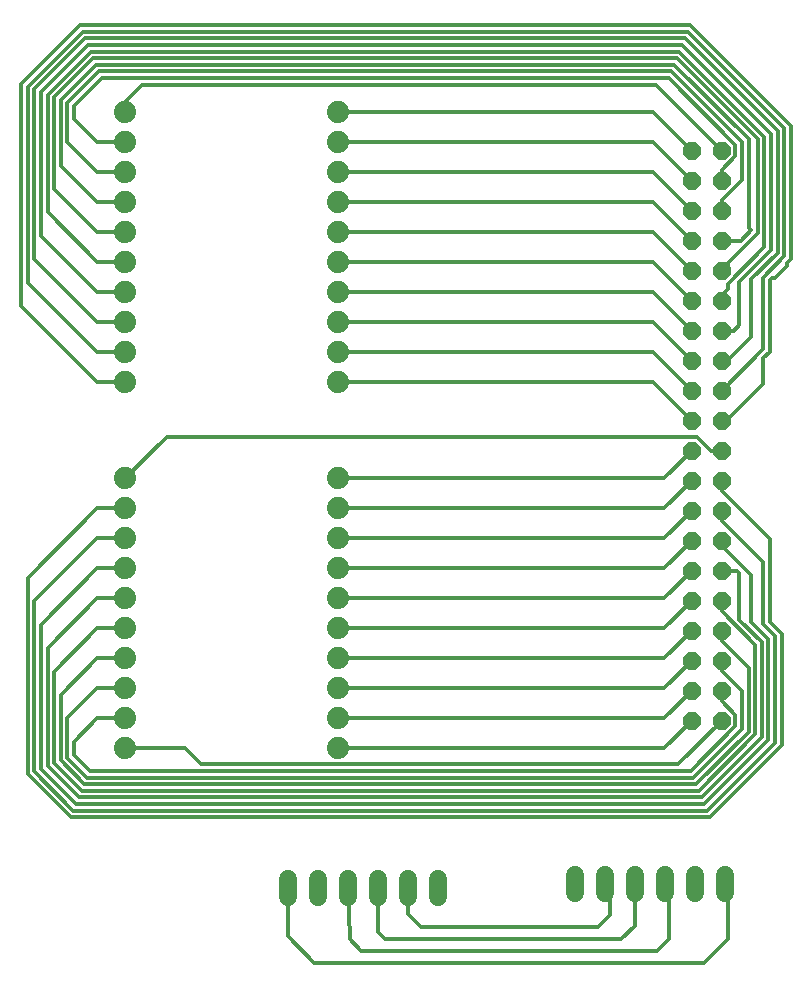
<source format=gbr>
G04 EAGLE Gerber RS-274X export*
G75*
%MOMM*%
%FSLAX34Y34*%
%LPD*%
%INTop Copper*%
%IPPOS*%
%AMOC8*
5,1,8,0,0,1.08239X$1,22.5*%
G01*
%ADD10P,1.649562X8X112.500000*%
%ADD11C,1.524000*%
%ADD12C,1.879600*%
%ADD13C,0.304800*%


D10*
X634900Y235000D03*
X609500Y235000D03*
X634900Y260400D03*
X609500Y260400D03*
X634900Y285800D03*
X609500Y285800D03*
X634900Y311200D03*
X609500Y311200D03*
X634900Y336600D03*
X609500Y336600D03*
X634900Y362000D03*
X609500Y362000D03*
X634900Y387400D03*
X609500Y387400D03*
X634900Y412800D03*
X609500Y412800D03*
X634900Y438200D03*
X609500Y438200D03*
X634900Y463600D03*
X609500Y463600D03*
X634900Y489000D03*
X609500Y489000D03*
X634900Y514400D03*
X609500Y514400D03*
X634900Y539800D03*
X609500Y539800D03*
X634900Y565200D03*
X609500Y565200D03*
X634900Y590600D03*
X609500Y590600D03*
X634900Y616000D03*
X609500Y616000D03*
X634900Y641400D03*
X609500Y641400D03*
X634900Y666800D03*
X609500Y666800D03*
X634900Y692200D03*
X609500Y692200D03*
X634900Y717600D03*
X609500Y717600D03*
D11*
X394500Y100920D02*
X394500Y85680D01*
X369100Y85680D02*
X369100Y100920D01*
X343700Y100920D02*
X343700Y85680D01*
X318300Y85680D02*
X318300Y100920D01*
X292900Y100920D02*
X292900Y85680D01*
X267500Y85680D02*
X267500Y100920D01*
X510600Y104320D02*
X510600Y89080D01*
X536000Y89080D02*
X536000Y104320D01*
X561400Y104320D02*
X561400Y89080D01*
X586800Y89080D02*
X586800Y104320D01*
X612200Y104320D02*
X612200Y89080D01*
X637600Y89080D02*
X637600Y104320D01*
D12*
X130000Y440000D03*
X130000Y414600D03*
X130000Y389200D03*
X130000Y363800D03*
X130000Y338400D03*
X130000Y313000D03*
X130000Y287600D03*
X130000Y262200D03*
X130000Y236800D03*
X130000Y211400D03*
X130000Y750000D03*
X130000Y724600D03*
X130000Y699200D03*
X130000Y673800D03*
X130000Y648400D03*
X130000Y623000D03*
X130000Y597600D03*
X130000Y572200D03*
X130000Y546800D03*
X130000Y521400D03*
X310000Y440000D03*
X310000Y414600D03*
X310000Y389200D03*
X310000Y363800D03*
X310000Y338400D03*
X310000Y313000D03*
X310000Y287600D03*
X310000Y262200D03*
X310000Y236800D03*
X310000Y211400D03*
X310000Y750000D03*
X310000Y724600D03*
X310000Y699200D03*
X310000Y673800D03*
X310000Y648400D03*
X310000Y623000D03*
X310000Y597600D03*
X310000Y572200D03*
X310000Y546800D03*
X310000Y521400D03*
D13*
X180962Y211400D02*
X130000Y211400D01*
X180962Y211400D02*
X194424Y197938D01*
X597838Y197938D01*
X634900Y235000D01*
X369100Y93300D02*
X369100Y70900D01*
X380000Y60000D01*
X530000Y60000D02*
X540000Y70000D01*
X540000Y92700D02*
X536000Y96700D01*
X530000Y60000D02*
X380000Y60000D01*
X540000Y70000D02*
X540000Y92700D01*
X86538Y205824D02*
X86538Y216976D01*
X646584Y230160D02*
X646584Y239840D01*
X100012Y192350D02*
X86538Y205824D01*
X100012Y192350D02*
X608774Y192350D01*
X646584Y230160D01*
X130000Y236800D02*
X106362Y236800D01*
X86538Y216976D01*
X634900Y251524D02*
X634900Y260400D01*
X634900Y251524D02*
X646584Y239840D01*
X343700Y93300D02*
X343700Y56300D01*
X350000Y50000D01*
X550000Y50000D01*
X561400Y61400D02*
X561400Y96700D01*
X561400Y61400D02*
X550000Y50000D01*
X97697Y186762D02*
X80950Y203509D01*
X97697Y186762D02*
X611088Y186762D01*
X652172Y227846D01*
X80950Y236788D02*
X80950Y203509D01*
X652172Y227846D02*
X652172Y259652D01*
X130000Y262200D02*
X106362Y262200D01*
X80950Y236788D01*
X634900Y276924D02*
X634900Y285800D01*
X634900Y276924D02*
X652172Y259652D01*
X318300Y93300D02*
X320000Y50000D01*
X330000Y40000D01*
X580000Y40000D01*
X590000Y50000D01*
X590000Y90000D01*
X586800Y96700D01*
X95382Y181174D02*
X75362Y201194D01*
X95382Y181174D02*
X613403Y181174D01*
X657760Y225531D01*
X75362Y201194D02*
X75362Y256600D01*
X657760Y279464D02*
X657760Y225531D01*
X130000Y287600D02*
X106362Y287600D01*
X75362Y256600D01*
X634900Y302324D02*
X634900Y311200D01*
X634900Y302324D02*
X657760Y279464D01*
X93068Y175586D02*
X69774Y198880D01*
X93068Y175586D02*
X615718Y175586D01*
X663348Y223216D01*
X69774Y198880D02*
X69774Y276412D01*
X663348Y299276D02*
X663348Y223216D01*
X130000Y313000D02*
X106362Y313000D01*
X69774Y276412D01*
X634900Y327724D02*
X634900Y336600D01*
X634900Y327724D02*
X663348Y299276D01*
X90753Y169998D02*
X64186Y196565D01*
X90753Y169998D02*
X618032Y169998D01*
X668936Y220902D01*
X668936Y301590D01*
X650000Y320526D01*
X650000Y360000D01*
X64186Y296224D02*
X64186Y196565D01*
X106362Y338400D02*
X130000Y338400D01*
X106362Y338400D02*
X64186Y296224D01*
X648000Y362000D02*
X650000Y360000D01*
X648000Y362000D02*
X634900Y362000D01*
X88438Y164410D02*
X58598Y194250D01*
X88438Y164410D02*
X620347Y164410D01*
X674524Y218587D01*
X674524Y303905D01*
X660000Y318429D01*
X58598Y316036D02*
X58598Y194250D01*
X106362Y363800D02*
X130000Y363800D01*
X106362Y363800D02*
X58598Y316036D01*
X634900Y383003D02*
X634900Y387400D01*
X634900Y383003D02*
X660000Y357903D01*
X660000Y318429D01*
X86124Y158822D02*
X53010Y191936D01*
X86124Y158822D02*
X622662Y158822D01*
X680112Y216272D01*
X680112Y306220D01*
X670000Y316332D01*
X53010Y335848D02*
X53010Y191936D01*
X106362Y389200D02*
X130000Y389200D01*
X106362Y389200D02*
X53010Y335848D01*
X634900Y403924D02*
X634900Y412800D01*
X634900Y403924D02*
X670000Y368824D01*
X670000Y316332D01*
X83809Y153234D02*
X47422Y189621D01*
X83809Y153234D02*
X624977Y153234D01*
X685700Y213958D01*
X685700Y308534D01*
X47422Y355660D02*
X47422Y189621D01*
X106362Y414600D02*
X130000Y414600D01*
X106362Y414600D02*
X47422Y355660D01*
X634900Y429324D02*
X634900Y438200D01*
X675588Y388636D02*
X675588Y318646D01*
X675588Y388636D02*
X634900Y429324D01*
X675588Y318646D02*
X685700Y308534D01*
X634900Y463600D02*
X626024Y463600D01*
X614340Y475284D01*
X165284Y475284D01*
X130000Y440000D01*
X41834Y774094D02*
X91494Y823754D01*
X608491Y823754D01*
X693528Y738717D01*
X693528Y625625D01*
X690000Y622097D01*
X690000Y620000D01*
X41834Y585928D02*
X41834Y774094D01*
X106362Y521400D02*
X130000Y521400D01*
X106362Y521400D02*
X41834Y585928D01*
X680000Y610000D02*
X690000Y620000D01*
X680000Y610000D02*
X677903Y610000D01*
X675588Y607685D01*
X675588Y547185D01*
X670000Y541597D02*
X670000Y520000D01*
X670000Y541597D02*
X675588Y547185D01*
X670000Y520000D02*
X639000Y489000D01*
X634900Y489000D01*
X93809Y818166D02*
X47422Y771779D01*
X93809Y818166D02*
X606177Y818166D01*
X687940Y736403D01*
X47422Y771779D02*
X47422Y605740D01*
X106362Y546800D02*
X130000Y546800D01*
X106362Y546800D02*
X47422Y605740D01*
X670000Y610000D02*
X687940Y627940D01*
X670000Y549500D02*
X634900Y514400D01*
X687940Y627940D02*
X687940Y736403D01*
X670000Y610000D02*
X670000Y549500D01*
X96124Y812578D02*
X53010Y769464D01*
X96124Y812578D02*
X603862Y812578D01*
X682352Y734088D01*
X682352Y631123D01*
X660000Y608771D01*
X660000Y560000D01*
X53010Y625552D02*
X53010Y769464D01*
X106362Y572200D02*
X130000Y572200D01*
X106362Y572200D02*
X53010Y625552D01*
X639800Y539800D02*
X660000Y560000D01*
X639800Y539800D02*
X634900Y539800D01*
X98438Y806990D02*
X58598Y767150D01*
X98438Y806990D02*
X601547Y806990D01*
X676764Y731773D01*
X676764Y633438D01*
X58598Y645364D02*
X58598Y767150D01*
X650000Y606674D02*
X676764Y633438D01*
X650000Y606674D02*
X650000Y570000D01*
X130000Y597600D02*
X106362Y597600D01*
X58598Y645364D01*
X645200Y565200D02*
X650000Y570000D01*
X645200Y565200D02*
X634900Y565200D01*
X100753Y801402D02*
X64186Y764835D01*
X100753Y801402D02*
X599232Y801402D01*
X671176Y729458D01*
X640000Y604576D02*
X640000Y600000D01*
X64186Y665176D02*
X64186Y764835D01*
X671176Y729458D02*
X671176Y635752D01*
X640000Y604576D01*
X130000Y623000D02*
X106362Y623000D01*
X64186Y665176D01*
X634900Y594900D02*
X640000Y600000D01*
X634900Y594900D02*
X634900Y590600D01*
X103068Y795814D02*
X69774Y762520D01*
X103068Y795814D02*
X596918Y795814D01*
X640000Y622097D02*
X640000Y620000D01*
X640000Y622097D02*
X665588Y647685D01*
X69774Y684988D02*
X69774Y762520D01*
X596918Y795814D02*
X665588Y727144D01*
X665588Y647685D01*
X130000Y648400D02*
X106362Y648400D01*
X69774Y684988D01*
X636000Y616000D02*
X640000Y620000D01*
X636000Y616000D02*
X634900Y616000D01*
X105382Y790226D02*
X75362Y760206D01*
X105382Y790226D02*
X594603Y790226D01*
X657760Y727069D01*
X657760Y652240D02*
X660000Y650000D01*
X657760Y652240D02*
X657760Y727069D01*
X75362Y704800D02*
X75362Y760206D01*
X106362Y673800D02*
X130000Y673800D01*
X106362Y673800D02*
X75362Y704800D01*
X651400Y641400D02*
X660000Y650000D01*
X651400Y641400D02*
X634900Y641400D01*
X107697Y784638D02*
X80950Y757891D01*
X107697Y784638D02*
X592288Y784638D01*
X652172Y724754D01*
X80950Y724612D02*
X80950Y757891D01*
X652172Y724754D02*
X652172Y692948D01*
X130000Y699200D02*
X106362Y699200D01*
X80950Y724612D01*
X634900Y675676D02*
X634900Y666800D01*
X634900Y675676D02*
X652172Y692948D01*
X86538Y744424D02*
X86538Y755576D01*
X646584Y722440D02*
X646584Y712760D01*
X110012Y779050D02*
X86538Y755576D01*
X110012Y779050D02*
X589974Y779050D01*
X646584Y722440D01*
X130000Y724600D02*
X106362Y724600D01*
X86538Y744424D01*
X634900Y701076D02*
X634900Y692200D01*
X634900Y701076D02*
X646584Y712760D01*
X144424Y773462D02*
X130000Y759038D01*
X130000Y750000D01*
X144424Y773462D02*
X579038Y773462D01*
X634900Y717600D01*
X577100Y521400D02*
X310000Y521400D01*
X577100Y521400D02*
X609500Y489000D01*
X585900Y287600D02*
X310000Y287600D01*
X585900Y287600D02*
X609500Y311200D01*
X585900Y313000D02*
X310000Y313000D01*
X585900Y313000D02*
X609500Y336600D01*
X585900Y338400D02*
X310000Y338400D01*
X585900Y338400D02*
X609500Y362000D01*
X585900Y363800D02*
X310000Y363800D01*
X585900Y363800D02*
X609500Y387400D01*
X585900Y389200D02*
X310000Y389200D01*
X585900Y389200D02*
X609500Y412800D01*
X585900Y414600D02*
X310000Y414600D01*
X585900Y414600D02*
X609500Y438200D01*
X585900Y440000D02*
X310000Y440000D01*
X585900Y440000D02*
X609500Y463600D01*
X577100Y546800D02*
X310000Y546800D01*
X577100Y546800D02*
X609500Y514400D01*
X577100Y572200D02*
X310000Y572200D01*
X577100Y572200D02*
X609500Y539800D01*
X577100Y597600D02*
X310000Y597600D01*
X577100Y597600D02*
X609500Y565200D01*
X577100Y623000D02*
X310000Y623000D01*
X577100Y623000D02*
X609500Y590600D01*
X577100Y648400D02*
X310000Y648400D01*
X577100Y648400D02*
X609500Y616000D01*
X577100Y673800D02*
X310000Y673800D01*
X577100Y673800D02*
X609500Y641400D01*
X267500Y93300D02*
X267500Y52500D01*
X290000Y30000D01*
X620000Y30000D02*
X640000Y50000D01*
X640000Y94300D01*
X637600Y96700D01*
X620000Y30000D02*
X290000Y30000D01*
X310000Y699200D02*
X577100Y699200D01*
X609500Y666800D01*
X577100Y724600D02*
X310000Y724600D01*
X577100Y724600D02*
X609500Y692200D01*
X577100Y750000D02*
X310000Y750000D01*
X577100Y750000D02*
X609500Y717600D01*
X585900Y211400D02*
X310000Y211400D01*
X585900Y211400D02*
X609500Y235000D01*
X585900Y236800D02*
X310000Y236800D01*
X585900Y236800D02*
X609500Y260400D01*
X585900Y262200D02*
X310000Y262200D01*
X585900Y262200D02*
X609500Y285800D01*
M02*

</source>
